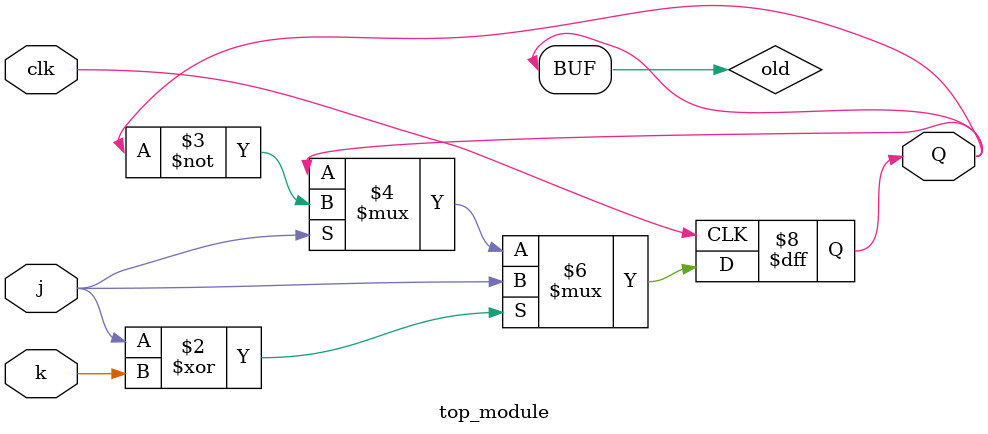
<source format=v>
module top_module (
    input clk,
    input j,
    input k,
    output Q); 
    wire old = Q;
    always @(posedge clk) 
        begin
        if(j^k) 
            begin
            Q=j;
        end
        else 
            begin
            Q=j?~old:old;
        end
    end
endmodule

</source>
